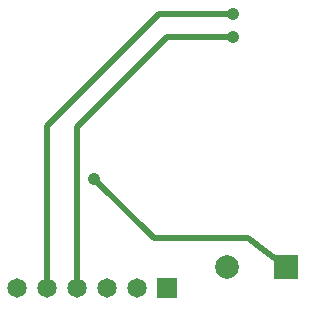
<source format=gbl>
%FSLAX33Y33*%
%MOMM*%
%AMRect-W2000000-H2000000-RO1.000*
21,1,2.,2.,0.,0.,180*%
%AMRect-W1650000-H1650000-RO0.500*
21,1,1.65,1.65,0.,0.,270*%
%ADD10C,0.508*%
%ADD11C,1.0668*%
%ADD12C,2.*%
%ADD13Rect-W2000000-H2000000-RO1.000*%
%ADD14C,1.65*%
%ADD15Rect-W1650000-H1650000-RO0.500*%
D10*
%LNbottom copper_traces*%
G01*
X14495Y29024D02*
X20752Y29024D01*
X7530Y19403D02*
X15150Y27024D01*
X4990Y19519D02*
X14495Y29024D01*
X15150Y27024D02*
X20752Y27024D01*
X7530Y5800D02*
X7530Y19403D01*
X4990Y5800D02*
X4990Y19519D01*
X14000Y10000D02*
X9000Y15000D01*
X25215Y7595D02*
X22000Y10000D01*
X14000Y10000*
D11*
X20752Y27024D03*
X20752Y29024D03*
X9000Y15024D03*
%LNbottom copper component b36f02837b6dd331*%
D12*
X20215Y7595D03*
D13*
X25215Y7595D03*
%LNbottom copper component c08336de5716e202*%
D14*
X12610Y5800D03*
X10070Y5800D03*
X7530Y5800D03*
X4990Y5800D03*
X2450Y5800D03*
D15*
X15150Y5800D03*
M02*
</source>
